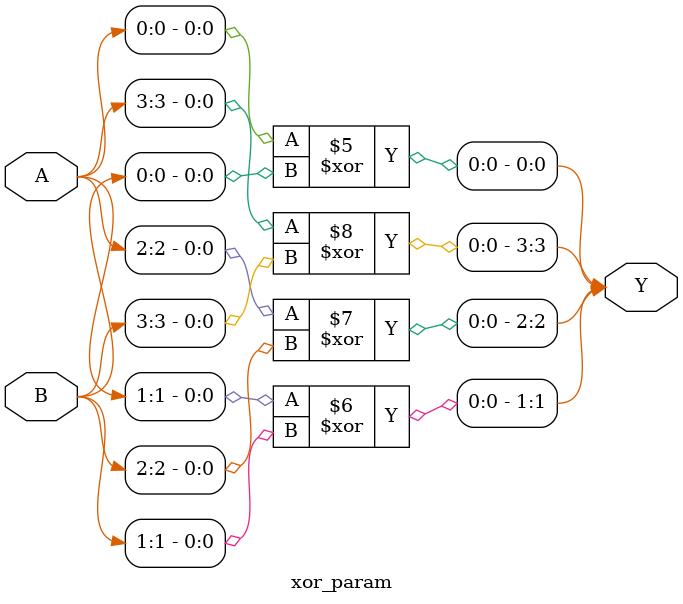
<source format=sv>
module xor_param 
			# (parameter BITS = 4)
			  (A, B, Y);
	
	input [BITS-1:0] A;
	input [BITS-1:0] B;
	
	output [BITS-1:0] Y;
	
		initial begin
		
			for (int i = 0; i < $size(A); i++) begin
			
					Y[i] = A[i] ^ B[i];
			end
		end
		
endmodule
</source>
